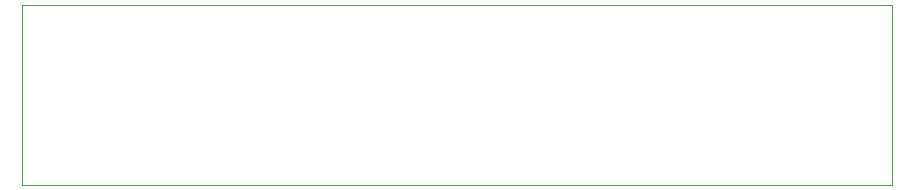
<source format=gbr>
%TF.GenerationSoftware,KiCad,Pcbnew,7.0.6*%
%TF.CreationDate,2023-08-24T15:39:13-04:00*%
%TF.ProjectId,miniald,6d696e69-616c-4642-9e6b-696361645f70,rev?*%
%TF.SameCoordinates,Original*%
%TF.FileFunction,Profile,NP*%
%FSLAX46Y46*%
G04 Gerber Fmt 4.6, Leading zero omitted, Abs format (unit mm)*
G04 Created by KiCad (PCBNEW 7.0.6) date 2023-08-24 15:39:13*
%MOMM*%
%LPD*%
G01*
G04 APERTURE LIST*
%TA.AperFunction,Profile*%
%ADD10C,0.100000*%
%TD*%
G04 APERTURE END LIST*
D10*
X77475000Y-50800000D02*
X151135000Y-50800000D01*
X151135000Y-66040000D01*
X77475000Y-66040000D01*
X77475000Y-50800000D01*
M02*

</source>
